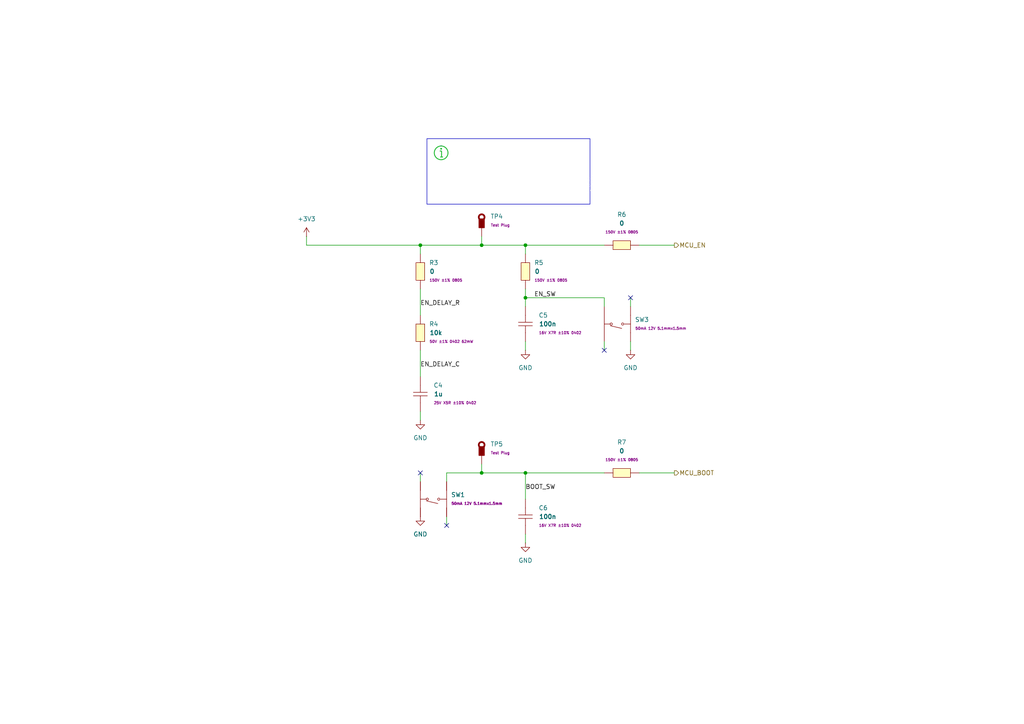
<source format=kicad_sch>
(kicad_sch (version 20231120) (generator "eeschema") (generator_version "8.0")
  (paper "A4")
  (lib_symbols
    (symbol "LiveAstra:C_100nF_X7R_0402" (pin_numbers hide) (pin_names hide)
      (property "Reference" "C" (at 0 8.89 0))
      (property "Value" "100n" (at 0 6.35 0))
      (property "Extra Values" "16V X7R ±10% 0402" (at 0 3.81 0))
      (symbol "C_100nF_X7R_0402_0_1"
        (polyline (pts (xy -2.54 0) (xy -0.51 0)))
        (polyline (pts (xy -0.51 2.03) (xy -0.51 -2.03)))
        (polyline (pts (xy 0.51 0) (xy 2.54 0)))
        (polyline (pts (xy 0.51 2.03) (xy 0.51 -2.03)))
      )
      (symbol "C_100nF_X7R_0402_1_1"
        (pin passive line (at -5.08 0 0) (length 2.54) (name "1") (number "1"))
        (pin passive line (at 5.08 0 180) (length 2.54) (name "2") (number "2"))
      )
    )
    (symbol "LiveAstra:C_1uF_X5R_0402" (pin_numbers hide) (pin_names hide)
      (property "Reference" "C" (at 0 8.89 0))
      (property "Value" "1u" (at 0 6.35 0))
      (property "Extra Values" "25V X5R ±10% 0402" (at 0 3.81 0))
      (symbol "C_1uF_X5R_0402_0_1"
        (polyline (pts (xy -0.51 -2.03) (xy -0.51 2.03)))
        (polyline (pts (xy -0.51 0) (xy -2.54 0)))
        (polyline (pts (xy 0.51 2.03) (xy 0.51 -2.03)))
        (polyline (pts (xy 2.54 0) (xy 0.51 0)))
      )
      (symbol "C_1uF_X5R_0402_1_1"
        (pin passive line (at -5.08 0 0) (length 2.54) (name "1") (number "1"))
        (pin passive line (at 5.08 0 180) (length 2.54) (name "2") (number "2"))
      )
    )
    (symbol "LiveAstra:R_0Ohm_0805_125mW" (pin_numbers hide) (pin_names hide)
      (property "Reference" "R" (at 0 7.62 0))
      (property "Value" "0" (at 0 5.08 0))
      (property "Extra Values" "150V ±1% 0805" (at 0 2.54 0))
      (symbol "R_0Ohm_0805_125mW_0_1"
        (rectangle (start -2.54 1.27) (end 2.54 -1.27) (fill (type background)))
      )
      (symbol "R_0Ohm_0805_125mW_1_1"
        (pin passive line (at -5.08 0 0) (length 2.54) (name "1") (number "1"))
        (pin passive line (at 5.08 0 180) (length 2.54) (name "2") (number "2"))
      )
    )
    (symbol "LiveAstra:R_10kOhm_0402_62mW" (pin_numbers hide) (pin_names hide)
      (property "Reference" "R" (at 0 7.62 0))
      (property "Value" "10k" (at 0 5.08 0))
      (property "Extra Values" "50V ±1% 0402 62mW" (at 0 2.54 0))
      (symbol "R_10kOhm_0402_62mW_0_1"
        (rectangle (start -2.54 1.27) (end 2.54 -1.27) (fill (type background)))
      )
      (symbol "R_10kOhm_0402_62mW_1_1"
        (pin passive line (at -5.08 0 0) (length 2.54) (name "1") (number "1"))
        (pin passive line (at 5.08 0 180) (length 2.54) (name "2") (number "2"))
      )
    )
    (symbol "LiveAstra:TACTILE_SWITCH_Small_Basic" (pin_numbers hide) (pin_names hide)
      (property "Reference" "SW" (at 0 10.16 0))
      (property "Extra Values" "50mA 12V 5.1mmx1.5mm" (at 0 6.35 0))
      (symbol "TACTILE_SWITCH_Small_Basic_0_1"
        (circle (center 0 -2.79) (radius 0.32))
        (polyline (pts (xy -2.54 -5.08) (xy 2.54 -5.08)))
        (polyline (pts (xy -2.54 2.54) (xy 2.54 2.54)))
        (polyline (pts (xy -0.51 0.76) (xy -1.27 -2.54)))
        (polyline (pts (xy 0 -3.3) (xy 0 -5.08)))
        (polyline (pts (xy 0 0.76) (xy 0 2.54)))
        (circle (center 0 0.51) (radius 0.32))
      )
      (symbol "TACTILE_SWITCH_Small_Basic_1_1"
        (pin passive line (at -5.08 2.54 0) (length 2.54) (name "A") (number "1"))
        (pin passive line (at 5.08 2.54 180) (length 2.54) (name "B") (number "2"))
        (pin passive line (at -5.08 -5.08 0) (length 2.54) (name "C") (number "3"))
        (pin passive line (at 5.08 -5.08 180) (length 2.54) (name "D") (number "4"))
      )
    )
    (symbol "LiveAstra:TestPoint_Thimble" (pin_numbers hide) (pin_names hide)
      (property "Reference" "TP" (at 0 9.5043 0))
      (property "Extra Values" "Test Plug" (at 0 7.62 0))
      (symbol "TestPoint_Thimble_1_1"
        (rectangle (start -0.762 5.08) (end 0.762 2.54) (stroke (width 0.254)) (fill (type outline)))
        (arc (start 0.508 4.9323) (mid 0 6.4175) (end -0.508 4.9323) (stroke (width 0.508)))
        (pin passive line (at 0 0 90) (length 2.54) (name "1") (number "1"))
      )
    )
    (symbol "power:+3V3" (power) (pin_numbers hide) (pin_names (offset 0) hide)
      (property "Value" "+3V3" (at 0 3.556 0))
      (symbol "+3V3_0_1"
        (polyline (pts (xy -0.762 1.27) (xy 0 2.54)))
        (polyline (pts (xy 0 0) (xy 0 2.54)))
        (polyline (pts (xy 0 2.54) (xy 0.762 1.27)))
      )
      (symbol "+3V3_1_1"
        (pin power_in line (at 0 0 90) (length 0) (name "~") (number "1"))
      )
    )
    (symbol "power:GND" (power) (pin_numbers hide) (pin_names (offset 0) hide)
      (property "Value" "GND" (at 0 -3.81 0))
      (symbol "GND_0_1"
        (polyline (pts (xy 0 0) (xy 0 -1.27) (xy 1.27 -1.27) (xy 0 -2.54) (xy -1.27 -1.27) (xy 0 -1.27)))
      )
      (symbol "GND_1_1"
        (pin power_in line (at 0 0 270) (length 0) (name "~") (number "1"))
      )
    )
  )
  (junction (at 152.4 86.36))
  (junction (at 139.7 71.12))
  (junction (at 139.7 137.16))
  (junction (at 121.92 71.12))
  (junction (at 152.4 71.12))
  (junction (at 152.4 137.16))
  (no_connect (at 182.88 86.36))
  (no_connect (at 129.54 152.4))
  (no_connect (at 175.26 101.6))
  (no_connect (at 121.92 137.16))
  (wire (pts (xy 129.54 139.7) (xy 129.54 137.16)))
  (wire (pts (xy 152.4 137.16) (xy 175.26 137.16)))
  (wire (pts (xy 175.26 101.6) (xy 175.26 99.06)))
  (wire (pts (xy 152.4 86.36) (xy 152.4 88.9)))
  (wire (pts (xy 121.92 71.12) (xy 139.7 71.12)))
  (wire (pts (xy 139.7 71.12) (xy 152.4 71.12)))
  (wire (pts (xy 139.7 137.16) (xy 152.4 137.16)))
  (wire (pts (xy 152.4 86.36) (xy 175.26 86.36)))
  (wire (pts (xy 152.4 157.48) (xy 152.4 154.94)))
  (wire (pts (xy 152.4 137.16) (xy 152.4 144.78)))
  (wire (pts (xy 129.54 152.4) (xy 129.54 149.86)))
  (wire (pts (xy 185.42 137.16) (xy 195.58 137.16)))
  (wire (pts (xy 121.92 119.38) (xy 121.92 121.92)))
  (wire (pts (xy 175.26 71.12) (xy 152.4 71.12)))
  (wire (pts (xy 139.7 134.62) (xy 139.7 137.16)))
  (wire (pts (xy 139.7 68.58) (xy 139.7 71.12)))
  (wire (pts (xy 185.42 71.12) (xy 195.58 71.12)))
  (wire (pts (xy 152.4 83.82) (xy 152.4 86.36)))
  (wire (pts (xy 175.26 86.36) (xy 175.26 88.9)))
  (wire (pts (xy 121.92 83.82) (xy 121.92 91.44)))
  (wire (pts (xy 152.4 73.66) (xy 152.4 71.12)))
  (wire (pts (xy 129.54 137.16) (xy 139.7 137.16)))
  (polyline (pts (xy 127.9467 42.22) (xy 127.9467 42.22)) (stroke (width -0.0001) (type solid)))
  (wire (pts (xy 88.9 71.12) (xy 88.9 68.58)))
  (wire (pts (xy 121.92 73.66) (xy 121.92 71.12)))
  (wire (pts (xy 88.9 71.12) (xy 121.92 71.12)))
  (wire (pts (xy 121.92 137.16) (xy 121.92 139.7)))
  (wire (pts (xy 121.92 101.6) (xy 121.92 109.22)))
  (wire (pts (xy 182.88 101.6) (xy 182.88 99.06)))
  (wire (pts (xy 182.88 86.36) (xy 182.88 88.9)))
  (wire (pts (xy 152.4 101.6) (xy 152.4 99.06)))
  (polyline (pts (xy 127.9603 42.8818) (xy 127.9737 42.8828) (xy 127.987 42.8845) (xy 128 42.8868) (xy 128.0128 42.8898) (xy 128.0253 42.8934) (xy 128.0376 42.8975) (xy 128.0497 42.9023) (xy 128.0614 42.9075) (xy 128.0728 42.9134) (xy 128.0839 42.9198) (xy 128.0946 42.9266) (xy 128.105 42.934) (xy 128.115 42.9419) (xy 128.1246 42.9502) (xy 128.1338 42.959) (xy 128.1425 42.9681) (xy 128.1508 42.9777) (xy 128.1587 42.9877) (xy 128.1661 42.9981) (xy 128.1729 43.0088) (xy 128.1793 43.0199) (xy 128.1852 43.0313) (xy 128.1905 43.0431) (xy 128.1952 43.0551) (xy 128.1994 43.0674) (xy 128.2029 43.0799) (xy 128.2059 43.0927) (xy 128.2082 43.1057) (xy 128.2099 43.119) (xy 128.2109 43.1324) (xy 128.2112 43.146) (xy 128.2109 43.1597) (xy 128.2099 43.1731) (xy 128.2082 43.1863) (xy 128.2059 43.1994) (xy 128.2029 43.2122) (xy 128.1994 43.2247) (xy 128.1952 43.237) (xy 128.1905 43.249) (xy 128.1852 43.2607) (xy 128.1793 43.2722) (xy 128.1729 43.2832) (xy 128.1661 43.294) (xy 128.1587 43.3043) (xy 128.1508 43.3143) (xy 128.1425 43.3239) (xy 128.1338 43.3331) (xy 128.1246 43.3419) (xy 128.115 43.3502) (xy 128.105 43.3581) (xy 128.0946 43.3654) (xy 128.0839 43.3723) (xy 128.0728 43.3787) (xy 128.0614 43.3845) (xy 128.0497 43.3898) (xy 128.0376 43.3946) (xy 128.0253 43.3987) (xy 128.0128 43.4023) (xy 128 43.4052) (xy 127.987 43.4076) (xy 127.9737 43.4093) (xy 127.9603 43.4103) (xy 127.9467 43.4106) (xy 127.9331 43.4103) (xy 127.9196 43.4093) (xy 127.9064 43.4076) (xy 127.8933 43.4052) (xy 127.8805 43.4023) (xy 127.868 43.3987) (xy 127.8557 43.3946) (xy 127.8437 43.3898) (xy 127.832 43.3845) (xy 127.8206 43.3787) (xy 127.8095 43.3723) (xy 127.7987 43.3654) (xy 127.7884 43.3581) (xy 127.7784 43.3502) (xy 127.7688 43.3419) (xy 127.7596 43.3331) (xy 127.7508 43.3239) (xy 127.7425 43.3143) (xy 127.7346 43.3043) (xy 127.7273 43.294) (xy 127.7204 43.2832) (xy 127.714 43.2722) (xy 127.7082 43.2607) (xy 127.7029 43.249) (xy 127.6981 43.237) (xy 127.694 43.2247) (xy 127.6904 43.2122) (xy 127.6875 43.1994) (xy 127.6851 43.1863) (xy 127.6834 43.1731) (xy 127.6824 43.1597) (xy 127.6821 43.146) (xy 127.6824 43.1324) (xy 127.6834 43.119) (xy 127.6851 43.1057) (xy 127.6875 43.0927) (xy 127.6904 43.0799) (xy 127.694 43.0674) (xy 127.6981 43.0551) (xy 127.7029 43.0431) (xy 127.7082 43.0313) (xy 127.714 43.0199) (xy 127.7204 43.0088) (xy 127.7273 42.9981) (xy 127.7346 42.9877) (xy 127.7425 42.9777) (xy 127.7508 42.9681) (xy 127.7596 42.959) (xy 127.7688 42.9502) (xy 127.7784 42.9419) (xy 127.7884 42.934) (xy 127.7987 42.9266) (xy 127.8095 42.9198) (xy 127.8206 42.9134) (xy 127.832 42.9075) (xy 127.8437 42.9023) (xy 127.8557 42.8975) (xy 127.868 42.8934) (xy 127.8805 42.8898) (xy 127.8933 42.8868) (xy 127.9064 42.8845) (xy 127.9196 42.8828) (xy 127.9331 42.8818) (xy 127.9467 42.8815) (xy 127.9603 42.8818)) (stroke (width -0.0001) (type solid)) (fill (type color) (color 34 187 51 1)))
  (polyline (pts (xy 127.9598 43.6755) (xy 127.9728 43.6765) (xy 127.9857 43.6781) (xy 127.9985 43.6803) (xy 128.0112 43.6832) (xy 128.0236 43.6866) (xy 128.0359 43.6907) (xy 128.0479 43.6953) (xy 128.0597 43.7006) (xy 128.0713 43.7064) (xy 128.0825 43.7127) (xy 128.0935 43.7197) (xy 128.1041 43.7271) (xy 128.1143 43.7351) (xy 128.1242 43.7437) (xy 128.1338 43.7527) (xy 128.1428 43.7622) (xy 128.1513 43.7721) (xy 128.1593 43.7824) (xy 128.1668 43.793) (xy 128.1737 43.8039) (xy 128.1801 43.8152) (xy 128.1859 43.8267) (xy 128.1911 43.8385) (xy 128.1958 43.8506) (xy 128.1998 43.8628) (xy 128.2033 43.8753) (xy 128.2061 43.8879) (xy 128.2084 43.9007) (xy 128.21 43.9136) (xy 128.2109 43.9267) (xy 128.2112 43.9398) (xy 128.2112 45.395) (xy 128.4758 45.395) (xy 128.4758 45.6596) (xy 127.6821 45.6596) (xy 127.6821 45.395) (xy 127.9467 45.395) (xy 127.9467 43.9398) (xy 127.5498 43.9398) (xy 127.5498 43.6752) (xy 127.9467 43.6752) (xy 127.9598 43.6755)) (stroke (width -0.0001) (type solid)) (fill (type color) (color 34 187 51 1)))
  (rectangle (start 123.83 40.22) (end 171.1267 59.22))
  (polyline (pts (xy 128.0516 42.2226) (xy 128.1559 42.2304) (xy 128.2592 42.2432) (xy 128.3615 42.261) (xy 128.4626 42.2838) (xy 128.5623 42.3115) (xy 128.6604 42.3439) (xy 128.7567 42.3811) (xy 128.8511 42.4229) (xy 128.9434 42.4694) (xy 129.0334 42.5203) (xy 129.121 42.5756) (xy 129.206 42.6353) (xy 129.2881 42.6993) (xy 129.3673 42.7676) (xy 129.4434 42.84) (xy 129.5158 42.916) (xy 129.584 42.9952) (xy 129.648 43.0774) (xy 129.7077 43.1623) (xy 129.7631 43.2499) (xy 129.814 43.3399) (xy 129.8604 43.4323) (xy 129.9022 43.5267) (xy 129.9394 43.623) (xy 129.9718 43.7211) (xy 129.9995 43.8207) (xy 130.0223 43.9218) (xy 130.0401 44.0241) (xy 130.053 44.1275) (xy 130.0607 44.2317) (xy 130.0633 44.3367) (xy 130.0618 44.4167) (xy 130.0573 44.4961) (xy 130.0499 44.5749) (xy 130.0396 44.6531) (xy 130.0265 44.7304) (xy 130.0105 44.807) (xy 129.9918 44.8826) (xy 129.9704 44.9573) (xy 129.9463 45.031) (xy 129.9196 45.1036) (xy 129.8903 45.175) (xy 129.8584 45.2452) (xy 129.8241 45.3142) (xy 129.7873 45.3818) (xy 129.7482 45.4479) (xy 129.7066 45.5126) (xy 129.6627 45.5758) (xy 129.6166 45.6373) (xy 129.5682 45.6971) (xy 129.5177 45.7552) (xy 129.465 45.8115) (xy 129.4102 45.8659) (xy 129.3534 45.9184) (xy 129.2945 45.9688) (xy 129.2337 46.0172) (xy 129.171 46.0634) (xy 129.1064 46.1075) (xy 129.0399 46.1492) (xy 128.9717 46.1887) (xy 128.9017 46.2257) (xy 128.83 46.2602) (xy 128.7567 46.2922) (xy 128.6071 46.3477) (xy 128.4553 46.3914) (xy 128.302 46.4234) (xy 128.1477 46.4439) (xy 127.9931 46.4529) (xy 127.8389 46.4506) (xy 127.6855 46.4372) (xy 127.5337 46.4127) (xy 127.3841 46.3772) (xy 127.2373 46.331) (xy 127.0939 46.274) (xy 126.9545 46.2065) (xy 126.8198 46.1286) (xy 126.6904 46.0403) (xy 126.5669 45.9419) (xy 126.45 45.8334) (xy 126.3414 45.7164) (xy 126.243 45.5929) (xy 126.1547 45.4635) (xy 126.0768 45.3288) (xy 126.0093 45.1894) (xy 125.9524 45.046) (xy 125.9061 44.8992) (xy 125.8707 44.7496) (xy 125.8462 44.5978) (xy 125.8327 44.4445) (xy 125.8317 44.3773) (xy 126.095 44.3773) (xy 126.1029 44.5126) (xy 126.1208 44.6476) (xy 126.1488 44.7817) (xy 126.187 44.9145) (xy 126.2356 45.0454) (xy 126.2938 45.1723) (xy 126.3607 45.2933) (xy 126.4357 45.4079) (xy 126.5185 45.516) (xy 126.6086 45.6173) (xy 126.7054 45.7113) (xy 126.8086 45.7979) (xy 126.9177 45.8766) (xy 127.0322 45.9473) (xy 127.1517 46.0095) (xy 127.2756 46.063) (xy 127.4036 46.1074) (xy 127.5352 46.1425) (xy 127.6698 46.168) (xy 127.8072 46.1835) (xy 127.9467 46.1887) (xy 128.0385 46.1865) (xy 128.1297 46.1797) (xy 128.2202 46.1685) (xy 128.3097 46.1528) (xy 128.3981 46.1329) (xy 128.4853 46.1087) (xy 128.5711 46.0803) (xy 128.6554 46.0478) (xy 128.738 46.0112) (xy 128.8188 45.9706) (xy 128.8976 45.926) (xy 128.9742 45.8776) (xy 129.0485 45.8253) (xy 129.1204 45.7693) (xy 129.1897 45.7096) (xy 129.2563 45.6463) (xy 129.3196 45.5797) (xy 129.3793 45.5104) (xy 129.4353 45.4385) (xy 129.4876 45.3642) (xy 129.536 45.2876) (xy 129.5806 45.2088) (xy 129.6212 45.128) (xy 129.6578 45.0454) (xy 129.6903 44.9611) (xy 129.7187 44.8753) (xy 129.7429 44.7881) (xy 129.7628 44.6997) (xy 129.7785 44.6102) (xy 129.7897 44.5197) (xy 129.7965 44.4285) (xy 129.7987 44.3367) (xy 129.7974 44.2667) (xy 129.7935 44.1972) (xy 129.787 44.1282) (xy 129.778 44.0598) (xy 129.7665 43.9921) (xy 129.7525 43.9252) (xy 129.7362 43.859) (xy 129.7174 43.7936) (xy 129.6963 43.7291) (xy 129.673 43.6656) (xy 129.6473 43.6031) (xy 129.6195 43.5417) (xy 129.5894 43.4813) (xy 129.5573 43.4222) (xy 129.523 43.3643) (xy 129.4866 43.3077) (xy 129.4482 43.2525) (xy 129.4079 43.1986) (xy 129.3655 43.1463) (xy 129.3213 43.0954) (xy 129.2752 43.0462) (xy 129.2273 42.9986) (xy 129.1775 42.9527) (xy 129.126 42.9085) (xy 129.0728 42.8662) (xy 129.0179 42.8257) (xy 128.9614 42.7872) (xy 128.9033 42.7507) (xy 128.8436 42.7162) (xy 128.7823 42.6838) (xy 128.7196 42.6536) (xy 128.6554 42.6256) (xy 128.5245 42.577) (xy 128.3917 42.5388) (xy 128.2576 42.5108) (xy 128.1226 42.4929) (xy 127.9873 42.485) (xy 127.8523 42.487) (xy 127.7182 42.4987) (xy 127.5853 42.5202) (xy 127.4544 42.5512) (xy 127.326 42.5917) (xy 127.2005 42.6415) (xy 127.0786 42.7005) (xy 126.9607 42.7687) (xy 126.8475 42.846) (xy 126.7394 42.9321) (xy 126.637 43.027) (xy 126.5421 43.1294) (xy 126.456 43.2375) (xy 126.3787 43.3507) (xy 126.3105 43.4686) (xy 126.2515 43.5905) (xy 126.2017 43.716) (xy 126.1612 43.8444) (xy 126.1302 43.9753) (xy 126.1087 44.1082) (xy 126.097 44.2423) (xy 126.095 44.3773) (xy 125.8317 44.3773) (xy 125.8304 44.2902) (xy 125.8395 44.1356) (xy 125.8599 43.9814) (xy 125.8919 43.828) (xy 125.9356 43.6763) (xy 125.9911 43.5267) (xy 126.0577 43.3816) (xy 126.1341 43.2434) (xy 126.2199 43.1124) (xy 126.3145 42.9888) (xy 126.4174 42.8731) (xy 126.5281 42.7656) (xy 126.646 42.6667) (xy 126.7707 42.5767) (xy 126.9016 42.496) (xy 127.0381 42.4249) (xy 127.1797 42.3637) (xy 127.326 42.3129) (xy 127.4764 42.2728) (xy 127.6303 42.2437) (xy 127.7872 42.226) (xy 127.9467 42.22) (xy 128.0516 42.2226)) (stroke (width -0.0001) (type solid)) (fill (type color) (color 34 187 51 1)))
  (text "Information" (at 132.08 45.72 0) (effects (font (size 3 3)) (justify left)))
  (text "To ensure that the power supply to the \nESP32-S3 chip is stable during power-up, it is\nadvised to add an RC delay circuit at the EN pin." (at 125.83 49.47 0) (effects (font (size 1.5 1.5)) (justify left top)))
  (label "EN_SW" (at 154.94 86.36 0))
  (label "EN_DELAY_R" (at 121.92 88.9 0))
  (label "BOOT_SW" (at 152.4 142.24 0))
  (label "EN_DELAY_C" (at 121.92 106.68 0))
  (hierarchical_label "MCU_EN" (shape output) (at 195.58 71.12 0))
  (hierarchical_label "MCU_BOOT" (shape output) (at 195.58 137.16 0))
  (symbol (lib_id "LiveAstra:C_100nF_X7R_0402") (at 152.4 93.98 90) (unit 1)
    (property "Reference" "C5" (at 156.21 91.4399 90) (effects (justify right)))
    (property "Value" "100n" (at 156.21 93.98 90) (effects (font (bold yes)) (justify right)))
    (property "Footprint" "Capacitor_SMD:C_0402_1005Metric" (effects (hide yes)))
    (property "Datasheet" "https://wmsc.lcsc.com/wmsc/upload/file/pdf/v2/lcsc/2304140030_Samsung-Electro-Mechanics-CL05B104KO5NNNC_C1525.pdf" (effects (hide yes)))
    (property "Description" "Multilayer Ceramic Capacitor" (effects (hide yes)))
    (property "LCSC Part" "C1525" (effects (hide yes)))
    (property "Extra Values" "16V X7R ±10% 0402" (at 156.21 96.5199 90) (effects (font (size 0.762 0.762) (bold yes)) (justify right)))
  )
  (symbol (lib_id "power:GND") (at 121.92 149.86 0) (unit 1)
    (property "Reference" "#PWR013" (effects (hide yes)))
    (property "Value" "GND" (at 121.92 154.94 0))
    (property "Description" "Power symbol creates a global label with name \"GND\" , ground" (effects (hide yes)))
  )
  (symbol (lib_id "power:GND") (at 152.4 101.6 0) (unit 1)
    (property "Reference" "#PWR014" (effects (hide yes)))
    (property "Value" "GND" (at 152.4 106.68 0))
    (property "Description" "Power symbol creates a global label with name \"GND\" , ground" (effects (hide yes)))
  )
  (symbol (lib_id "LiveAstra:R_0Ohm_0805_125mW") (at 152.4 78.74 90) (unit 1)
    (property "Reference" "R5" (at 154.94 76.1999 90) (effects (justify right)))
    (property "Value" "0" (at 154.94 78.74 90) (effects (font (bold yes)) (justify right)))
    (property "Footprint" "Resistor_SMD:R_0805_2012Metric_Pad1.20x1.40mm_HandSolder" (effects (hide yes)))
    (property "Datasheet" "https://lcsc.com/product-detail/Chip-Resistor-Surface-Mount-UniOhm_0R-0R0-1_C17477.html" (effects (hide yes)))
    (property "Description" "Thick Film Resistors" (effects (hide yes)))
    (property "LCSC Part" "C17477" (effects (hide yes)))
    (property "Extra Values" "150V ±1% 0805" (at 154.94 81.2799 90) (effects (font (size 0.762 0.762) (bold yes)) (justify right)))
  )
  (symbol (lib_id "power:+3V3") (at 88.9 68.58 0) (unit 1)
    (property "Reference" "#PWR011" (effects (hide yes)))
    (property "Value" "+3V3" (at 88.9 63.5 0))
    (property "Description" "Power symbol creates a global label with name \"+3V3\"" (effects (hide yes)))
  )
  (symbol (lib_id "LiveAstra:R_10kOhm_0402_62mW") (at 121.92 96.52 90) (unit 1)
    (property "Reference" "R4" (at 124.46 93.9799 90) (effects (justify right)))
    (property "Value" "10k" (at 124.46 96.52 90) (effects (font (bold yes)) (justify right)))
    (property "Footprint" "Resistor_SMD:R_0402_1005Metric" (effects (hide yes)))
    (property "Datasheet" "https://wmsc.lcsc.com/wmsc/upload/file/pdf/v2/lcsc/2206010100_UNI-ROYAL-Uniroyal-Elec-0402WGF1002TCE_C25744.pdf" (effects (hide yes)))
    (property "Description" "Thick Film Resistors" (effects (hide yes)))
    (property "LCSC Part" "C25744" (effects (hide yes)))
    (property "Extra Values" "50V ±1% 0402 62mW" (at 124.46 99.0599 90) (effects (font (size 0.762 0.762) (bold yes)) (justify right)))
  )
  (symbol (lib_id "power:GND") (at 152.4 157.48 0) (unit 1)
    (property "Reference" "#PWR015" (effects (hide yes)))
    (property "Value" "GND" (at 152.4 162.56 0))
    (property "Description" "Power symbol creates a global label with name \"GND\" , ground" (effects (hide yes)))
  )
  (symbol (lib_id "LiveAstra:R_0Ohm_0805_125mW") (at 180.34 71.12 180) (unit 1)
    (property "Reference" "R6" (at 180.34 62.23 0))
    (property "Value" "0" (at 180.34 64.77 0) (effects (font (bold yes))))
    (property "Footprint" "Resistor_SMD:R_0805_2012Metric_Pad1.20x1.40mm_HandSolder" (effects (hide yes)))
    (property "Datasheet" "https://lcsc.com/product-detail/Chip-Resistor-Surface-Mount-UniOhm_0R-0R0-1_C17477.html" (effects (hide yes)))
    (property "Description" "Thick Film Resistors" (effects (hide yes)))
    (property "LCSC Part" "C17477" (effects (hide yes)))
    (property "Extra Values" "150V ±1% 0805" (at 180.34 67.31 0) (effects (font (size 0.762 0.762) (bold yes))))
  )
  (symbol (lib_id "LiveAstra:TestPoint_Thimble") (at 139.7 68.58 0) (unit 1)
    (property "Reference" "TP4" (at 142.24 62.7676 0) (effects (justify left)))
    (property "Value" "TestPoint_Thimble" (effects (hide yes)))
    (property "Footprint" "TestPoint:TestPoint_Loop_D3.50mm_Drill0.9mm_Beaded" (effects (hide yes)))
    (property "LCSC Part" "C5277086" (effects (hide yes)))
    (property "Extra Values" "Test Plug" (at 142.24 65.3076 0) (effects (font (size 0.762 0.762) (bold yes)) (justify left)))
  )
  (symbol (lib_id "power:GND") (at 182.88 101.6 0) (unit 1)
    (property "Reference" "#PWR016" (effects (hide yes)))
    (property "Value" "GND" (at 182.88 106.68 0))
    (property "Description" "Power symbol creates a global label with name \"GND\" , ground" (effects (hide yes)))
  )
  (symbol (lib_id "LiveAstra:TACTILE_SWITCH_Small_Basic") (at 177.8 93.98 90) (unit 1)
    (property "Reference" "SW3" (at 184.15 92.7099 90) (effects (justify right)))
    (property "Value" "TS_Basic_Small" (effects (hide yes)))
    (property "Footprint" "LiveAstra:SW-SMD_4P-L5.1-W5.1-P3.70-LS6.5-TL-2" (effects (hide yes)))
    (property "Datasheet" "https://lcsc.com/product-detail/Tactile-Switches_XKB-Enterprise-TS-1187-B-A-A_C318884.html" (effects (hide yes)))
    (property "Description" "50mA 5.1mm 100,000 Times 160gf 12V 5.1mm 1.5mm Round Button Brick nogging SPST SMD Tactile Switches ROHS" (effects (hide yes)))
    (property "LCSC Part" "C318884" (effects (hide yes)))
    (property "Extra Values" "50mA 12V 5.1mmx1.5mm" (at 184.15 95.2499 90) (effects (font (size 0.762 0.762) (bold yes)) (justify right)))
  )
  (symbol (lib_id "LiveAstra:R_0Ohm_0805_125mW") (at 121.92 78.74 90) (unit 1)
    (property "Reference" "R3" (at 124.46 76.1999 90) (effects (justify right)))
    (property "Value" "0" (at 124.46 78.74 90) (effects (font (bold yes)) (justify right)))
    (property "Footprint" "Resistor_SMD:R_0805_2012Metric_Pad1.20x1.40mm_HandSolder" (effects (hide yes)))
    (property "Datasheet" "https://lcsc.com/product-detail/Chip-Resistor-Surface-Mount-UniOhm_0R-0R0-1_C17477.html" (effects (hide yes)))
    (property "Description" "Thick Film Resistors" (effects (hide yes)))
    (property "LCSC Part" "C17477" (effects (hide yes)))
    (property "Extra Values" "150V ±1% 0805" (at 124.46 81.2799 90) (effects (font (size 0.762 0.762) (bold yes)) (justify right)))
  )
  (symbol (lib_id "LiveAstra:R_0Ohm_0805_125mW") (at 180.34 137.16 180) (unit 1)
    (property "Reference" "R7" (at 180.34 128.27 0))
    (property "Value" "0" (at 180.34 130.81 0) (effects (font (bold yes))))
    (property "Footprint" "Resistor_SMD:R_0805_2012Metric_Pad1.20x1.40mm_HandSolder" (effects (hide yes)))
    (property "Datasheet" "https://lcsc.com/product-detail/Chip-Resistor-Surface-Mount-UniOhm_0R-0R0-1_C17477.html" (effects (hide yes)))
    (property "Description" "Thick Film Resistors" (effects (hide yes)))
    (property "LCSC Part" "C17477" (effects (hide yes)))
    (property "Extra Values" "150V ±1% 0805" (at 180.34 133.35 0) (effects (font (size 0.762 0.762) (bold yes))))
  )
  (symbol (lib_id "LiveAstra:TACTILE_SWITCH_Small_Basic") (at 124.46 144.78 90) (unit 1)
    (property "Reference" "SW1" (at 130.81 143.5099 90) (effects (justify right)))
    (property "Value" "TS_Basic_Small" (effects (hide yes)))
    (property "Footprint" "LiveAstra:SW-SMD_4P-L5.1-W5.1-P3.70-LS6.5-TL-2" (effects (hide yes)))
    (property "Datasheet" "https://lcsc.com/product-detail/Tactile-Switches_XKB-Enterprise-TS-1187-B-A-A_C318884.html" (effects (hide yes)))
    (property "Description" "50mA 5.1mm 100,000 Times 160gf 12V 5.1mm 1.5mm Round Button Brick nogging SPST SMD Tactile Switches ROHS" (effects (hide yes)))
    (property "LCSC Part" "C318884" (effects (hide yes)))
    (property "Extra Values" "50mA 12V 5.1mmx1.5mm" (at 130.81 146.0499 90) (effects (font (size 0.762 0.762) (bold yes)) (justify right)))
  )
  (symbol (lib_id "LiveAstra:C_100nF_X7R_0402") (at 152.4 149.86 270) (unit 1)
    (property "Reference" "C6" (at 156.21 147.3199 90) (effects (justify left)))
    (property "Value" "100n" (at 156.21 149.86 90) (effects (font (bold yes)) (justify left)))
    (property "Footprint" "Capacitor_SMD:C_0402_1005Metric" (effects (hide yes)))
    (property "Datasheet" "https://wmsc.lcsc.com/wmsc/upload/file/pdf/v2/lcsc/2304140030_Samsung-Electro-Mechanics-CL05B104KO5NNNC_C1525.pdf" (effects (hide yes)))
    (property "Description" "Multilayer Ceramic Capacitor" (effects (hide yes)))
    (property "LCSC Part" "C1525" (effects (hide yes)))
    (property "Extra Values" "16V X7R ±10% 0402" (at 156.21 152.3999 90) (effects (font (size 0.762 0.762) (bold yes)) (justify left)))
  )
  (symbol (lib_id "power:GND") (at 121.92 121.92 0) (unit 1)
    (property "Reference" "#PWR012" (effects (hide yes)))
    (property "Value" "GND" (at 121.92 127 0))
    (property "Description" "Power symbol creates a global label with name \"GND\" , ground" (effects (hide yes)))
  )
  (symbol (lib_id "LiveAstra:C_1uF_X5R_0402") (at 121.92 114.3 90) (unit 1)
    (property "Reference" "C4" (at 125.73 111.7599 90) (effects (justify right)))
    (property "Value" "1u" (at 125.73 114.3 90) (effects (font (bold yes)) (justify right)))
    (property "Footprint" "Capacitor_SMD:C_0402_1005Metric" (effects (hide yes)))
    (property "Datasheet" "https://lcsc.com/product-detail/Multilayer-Ceramic-Capacitors-MLCC-SMD-SMT_SAMSUNG_CL05A105KA5NQNC_1uF-105-10-25V_C52923.html" (effects (hide yes)))
    (property "Description" "Multilayer Ceramic Capacitor" (effects (hide yes)))
    (property "LCSC Part" "C52923" (effects (hide yes)))
    (property "Extra Values" "25V X5R ±10% 0402" (at 125.73 116.8399 90) (effects (font (size 0.762 0.762) (bold yes)) (justify right)))
  )
  (symbol (lib_id "LiveAstra:TestPoint_Thimble") (at 139.7 134.62 0) (unit 1)
    (property "Reference" "TP5" (at 142.24 128.8076 0) (effects (justify left)))
    (property "Value" "TestPoint_Thimble" (effects (hide yes)))
    (property "Footprint" "TestPoint:TestPoint_Loop_D3.50mm_Drill0.9mm_Beaded" (effects (hide yes)))
    (property "LCSC Part" "C5277086" (effects (hide yes)))
    (property "Extra Values" "Test Plug" (at 142.24 131.3476 0) (effects (font (size 0.762 0.762) (bold yes)) (justify left)))
  )
)
</source>
